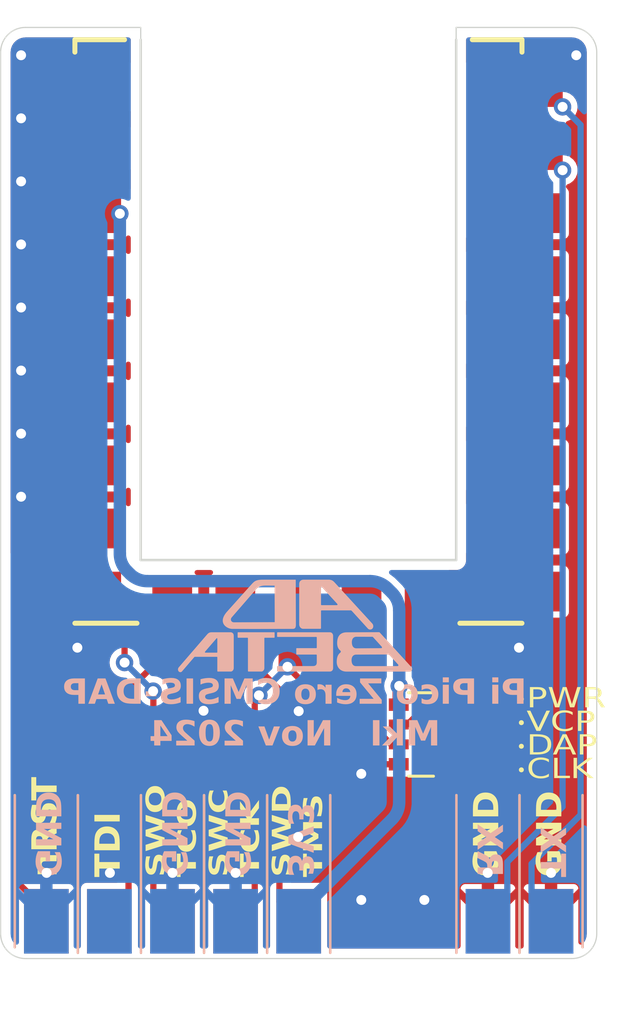
<source format=kicad_pcb>
(kicad_pcb (version 20240108) (generator "pcbnew") (generator_version "8.0")
  (title_block (title "Pi Pico Zero CMSIS-DAP") (date "2024-11-20") (rev "MkI") (comment 1 "ADBeta"))
  (layers (0 "F.Cu" signal) (31 "B.Cu" signal) (34 "B.Paste" user) (35 "F.Paste" user) (36 "B.SilkS" user "B.Silkscreen") (37 "F.SilkS" user "F.Silkscreen") (38 "B.Mask" user) (39 "F.Mask" user) (44 "Edge.Cuts" user))
  (net 0 "")
  (net 1 "Net-(D1-A)")
  (net 2 "GND")
  (net 3 "Net-(D2-A)")
  (net 4 "Net-(D3-A)")
  (net 5 "Net-(D4-A)")
  (net 6 "/3V3")
  (net 7 "/SWC{slash}TCK")
  (net 8 "/nRESET")
  (net 9 "/SWO{slash}TDO")
  (net 10 "/SWD{slash}TMS")
  (net 11 "/TDI")
  (net 13 "/TX")
  (net 14 "/RX")
  (net 22 "/5V")
  (net 27 "/DAP_STAT")
  (net 28 "/VCP_STAT")
  (footprint "LED_SMD:LED_0402_1005Metric_Pad0.77x0.64mm_HandSolder" (layer "F.Cu") (at 142.34 92.55 180)
    (property "Reference" "D4" (hide yes))
    (property "Value" "SWCLK" (hide yes))
  )
  (footprint "Footprints:Conn_2x2_Dual_Side" (layer "F.Cu") (at 142.26 98.65 90)
    (property "Reference" "J2" (hide yes))
    (property "Value" "CONN_UART")
  )
  (footprint "LED_SMD:LED_0402_1005Metric_Pad0.77x0.64mm_HandSolder" (layer "F.Cu") (at 142.340001 89.7 180)
    (property "Reference" "D1" (hide yes))
    (property "Value" "PWR" (hide yes))
  )
  (footprint "LED_SMD:LED_0402_1005Metric_Pad0.77x0.64mm_HandSolder" (layer "F.Cu") (at 142.340001 90.650001 180)
    (property "Reference" "D2" (hide yes))
    (property "Value" "VCP_STATUS" (hide yes))
  )
  (footprint "Footprints:Pi_Pico_Zero_Center_Hole" (layer "F.Cu") (at 134.63 75.145)
    (property "Reference" "U1" (hide yes))
    (property "Value" "Pi_Pico_Zero")
    (fp_line (start -6.35 -12) (end -6.35 8.955) (stroke (width 0.1)) (layer "Edge.Cuts"))
    (fp_line (start -6.35 8.955) (end 6.35 8.955) (stroke (width 0.1)) (layer "Edge.Cuts"))
    (fp_line (start 6.35 8.955) (end 6.35 -12) (stroke (width 0.1)) (layer "Edge.Cuts"))
  )
  (footprint "Resistor_SMD:R_Array_Convex_4x0603" (layer "F.Cu") (at 139.5675 91.125)
    (property "Reference" "RN1" (hide yes))
    (property "Value" "3K3")
  )
  (footprint "LED_SMD:LED_0402_1005Metric_Pad0.77x0.64mm_HandSolder" (layer "F.Cu") (at 142.340002 91.6 180)
    (property "Reference" "D3" (hide yes))
    (property "Value" "DAP_STATUS" (hide yes))
  )
  (footprint "Footprints:Conn_2x5_Dual_Side" (layer "B.Cu") (at 134.64 98.65 90)
    (property "Reference" "J1" (hide yes))
    (property "Value" "CONN_PROG")
  )
  (gr_line (start 143.53 99.92) (end 143.53 93.57) (stroke (width 0.1)) (layer "B.SilkS"))
  (gr_line (start 146.07 99.695) (end 146.07 93.57) (stroke (width 0.1)) (layer "B.SilkS"))
  (gr_line (start 123.21 99.695) (end 123.21 93.57) (stroke (width 0.1)) (layer "B.SilkS"))
  (gr_line (start 140.99 99.92) (end 140.99 93.57) (stroke (width 0.1)) (layer "B.SilkS"))
  (gr_line (start 125.75 99.92) (end 125.75 93.57) (stroke (width 0.1)) (layer "B.SilkS"))
  (gr_line (start 133.37 99.92) (end 133.37 93.57) (stroke (width 0.1)) (layer "B.SilkS"))
  (gr_poly (pts (xy 133.208883 84.890823) (xy 133.149741 84.891803) (xy 133.122616 84.893007) (xy 133.097015 84.894691) (xy 133.072861 84.896856) (xy 133.050074 84.899507) (xy 133.028576 84.902645) (xy 133.008287 84.906274) (xy 132.989128 84.910395) (xy 132.971021 84.915012) (xy 132.953887 84.920126) (xy 132.937647 84.925742) (xy 132.922222 84.93186) (xy 132.907532 84.938485) (xy 132.8935 84.945618) (xy 132.880046 84.953263) (xy 132.867092 84.961421) (xy 132.854558 84.970095) (xy 132.842365 84.979289) (xy 132.830436 84.989005) (xy 132.807048 85.010011) (xy 132.783765 85.033136) (xy 132.759954 85.058401) (xy 132.734984 85.085826) (xy 132.679044 85.147242) (xy 131.745457 86.189607) (xy 131.711344 86.231326) (xy 131.68168 86.27175) (xy 131.656285 86.310879) (xy 131.63498 86.348709) (xy 131.617582 86.38524) (xy 131.603912 86.420468) (xy 131.593789 86.454392) (xy 131.587033 86.48701) (xy 131.583462 86.518319) (xy 131.582896 86.548319) (xy 131.585155 86.577006) (xy 131.590057 86.604379) (xy 131.597423 86.630436) (xy 131.607072 86.655175) (xy 131.618822 86.678594) (xy 131.632494 86.70069) (xy 131.647907 86.721462) (xy 131.66488 86.740908) (xy 131.683233 86.759025) (xy 131.702785 86.775813) (xy 131.723355 86.791268) (xy 131.744763 86.805389) (xy 131.766828 86.818173) (xy 131.789369 86.829619) (xy 131.812207 86.839725) (xy 131.83516 86.848489) (xy 131.858048 86.855908) (xy 131.880689 86.861981) (xy 131.902905 86.866706) (xy 131.924513 86.87008) (xy 131.945333 86.872102) (xy 131.965186 86.872769) (xy 132.801517 86.876593) (xy 134.403796 86.872459) (xy 134.412638 86.872249) (xy 134.421064 86.871699) (xy 134.429081 86.870815) (xy 134.436701 86.869599) (xy 134.443932 86.868056) (xy 134.450785 86.86619) (xy 134.457269 86.864004) (xy 134.463394 86.861503) (xy 134.469169 86.85869) (xy 134.474605 86.85557) (xy 134.479712 86.852145) (xy 134.484497 86.848421) (xy 134.488973 86.844402) (xy 134.493147 86.84009) (xy 134.497031 86.83549) (xy 134.500633 86.830606) (xy 134.503963 86.825441) (xy 134.507032 86.820001) (xy 134.509848 86.814288) (xy 134.512422 86.808306) (xy 134.51688 86.795554) (xy 134.520485 86.781774) (xy 134.523314 86.767) (xy 134.525445 86.751261) (xy 134.526955 86.734589) (xy 134.527923 86.717017) (xy 134.527528 86.601985) (xy 133.675727 86.601985) (xy 132.027405 86.608183) (xy 132.018283 86.607594) (xy 132.009437 86.606453) (xy 132.000881 86.60478) (xy 131.992627 86.602594) (xy 131.984691 86.599917) (xy 131.977084 86.596767) (xy 131.96982 86.593166) (xy 131.962913 86.589133) (xy 131.956377 86.584688) (xy 131.950225 86.579851) (xy 131.944469 86.574642) (xy 131.939125 86.569083) (xy 131.934205 86.563191) (xy 131.929722 86.556988) (xy 131.925691 86.550494) (xy 131.922124 86.543729) (xy 131.919036 86.536712) (xy 131.916439 86.529464) (xy 131.914347 86.522005) (xy 131.912774 86.514355) (xy 131.911733 86.506535) (xy 131.911237 86.498563) (xy 131.9113 86.49046) (xy 131.911936 86.482247) (xy 131.913157 86.473943) (xy 131.914978 86.465569) (xy 131.917412 86.457144) (xy 131.920472 86.448689) (xy 131.924172 86.440223) (xy 131.928525 86.431767) (xy 131.933545 86.423341) (xy 131.939245 86.414965) (xy 132.920374 85.284646) (xy 132.944163 85.258685) (xy 132.967829 85.235747) (xy 132.991513 85.215647) (xy 133.015359 85.198201) (xy 133.039509 85.183222) (xy 133.064108 85.170526) (xy 133.089297 85.159926) (xy 133.115221 85.151239) (xy 133.142021 85.144278) (xy 133.169841 85.138858) (xy 133.198823 85.134794) (xy 133.229112 85.1319) (xy 133.26085 85.129992) (xy 133.294179 85.128884) (xy 133.366186 85.128325) (xy 133.670404 85.13148) (xy 133.675727 86.601985) (xy 134.527528 86.601985) (xy 134.521774 84.926377) (xy 134.521819 84.910598) (xy 134.521718 84.907346) (xy 134.521627 84.905825) (xy 134.521503 84.904373) (xy 134.521342 84.902992) (xy 134.521139 84.90168) (xy 134.520889 84.900438) (xy 134.52059 84.899267) (xy 134.520236 84.898166) (xy 134.519823 84.897135) (xy 134.519346 84.896175) (xy 134.518801 84.895286) (xy 134.518185 84.894467) (xy 134.517491 84.893719) (xy 134.516717 84.893041) (xy 134.515858 84.892435) (xy 134.514909 84.8919) (xy 134.513866 84.891436) (xy 134.512725 84.891043) (xy 134.511481 84.890722) (xy 134.51013 84.890472) (xy 134.508668 84.890293) (xy 134.50709 84.890187) (xy 134.505392 84.890152)) (stroke (width -0.000001)) (fill solid) (layer "B.SilkS"))
  (gr_line (start 135.91 99.92) (end 135.91 93.57) (stroke (width 0.1)) (layer "B.SilkS"))
  (gr_poly (pts (xy 133.792358 87.008659) (xy 133.791139 87.008755) (xy 133.789945 87.008915) (xy 133.788776 87.009137) (xy 133.787634 87.00942) (xy 133.78652 87.009765) (xy 133.785435 87.01017) (xy 133.78438 87.010633) (xy 133.783355 87.011155) (xy 133.782363 87.011735) (xy 133.781403 87.012372) (xy 133.780478 87.013064) (xy 133.779588 87.013811) (xy 133.778734 87.014613) (xy 133.777916 87.015469) (xy 133.777137 87.016377) (xy 133.776398 87.017337) (xy 133.775698 87.018348) (xy 133.77504 87.019409) (xy 133.774424 87.02052) (xy 133.773851 87.021679) (xy 133.773323 87.022886) (xy 133.77284 87.024141) (xy 133.772404 87.025441) (xy 133.772015 87.026787) (xy 133.771675 87.028177) (xy 133.771143 87.031088) (xy 133.770819 87.034168) (xy 133.770708 87.03741) (xy 133.770708 87.172441) (xy 133.770736 87.173874) (xy 133.770819 87.175268) (xy 133.770955 87.176622) (xy 133.771143 87.177936) (xy 133.771384 87.179209) (xy 133.771675 87.180442) (xy 133.772015 87.181633) (xy 133.772404 87.182782) (xy 133.77284 87.183889) (xy 133.773323 87.184953) (xy 133.773851 87.185974) (xy 133.774424 87.186952) (xy 133.77504 87.187887) (xy 133.775698 87.188777) (xy 133.776398 87.189622) (xy 133.777137 87.190422) (xy 133.777916 87.191177) (xy 133.778733 87.191886) (xy 133.779588 87.192549) (xy 133.780478 87.193165) (xy 133.781403 87.193735) (xy 133.782363 87.194257) (xy 133.783355 87.194731) (xy 133.78438 87.195157) (xy 133.785435 87.195534) (xy 133.78652 87.195862) (xy 133.787634 87.196141) (xy 133.788776 87.19637) (xy 133.789945 87.196549) (xy 133.791139 87.196677) (xy 133.792358 87.196755) (xy 133.793601 87.19678) (xy 135.345754 87.19678) (xy 135.348216 87.196885) (xy 135.350579 87.1972) (xy 135.351721 87.197438) (xy 135.352835 87.197729) (xy 135.35392 87.198075) (xy 135.354976 87.198476) (xy 135.356 87.198932) (xy 135.356993 87.199443) (xy 135.357952 87.200011) (xy 135.358877 87.200634) (xy 135.359768 87.201315) (xy 135.360622 87.202052) (xy 135.361439 87.202848) (xy 135.362218 87.203701) (xy 135.362958 87.204612) (xy 135.363657 87.205583) (xy 135.364315 87.206612) (xy 135.364931 87.207701) (xy 135.365504 87.20885) (xy 135.366032 87.21006) (xy 135.366515 87.21133) (xy 135.366952 87.212661) (xy 135.36734 87.214054) (xy 135.367681 87.215509) (xy 135.367972 87.217027) (xy 135.368212 87.218607) (xy 135.368401 87.22025) (xy 135.368537 87.221957) (xy 135.368647 87.225564) (xy 135.368647 87.621818) (xy 135.368619 87.623258) (xy 135.368537 87.62467) (xy 135.368401 87.626055) (xy 135.368212 87.627409) (xy 135.367972 87.628733) (xy 135.367681 87.630024) (xy 135.367341 87.631283) (xy 135.366952 87.632506) (xy 135.366515 87.633695) (xy 135.366032 87.634846) (xy 135.365504 87.635959) (xy 135.364932 87.637033) (xy 135.364316 87.638066) (xy 135.363657 87.639058) (xy 135.362958 87.640006) (xy 135.362218 87.640911) (xy 135.361439 87.64177) (xy 135.360622 87.642582) (xy 135.359768 87.643346) (xy 135.358878 87.644062) (xy 135.357952 87.644727) (xy 135.356993 87.645341) (xy 135.356 87.645902) (xy 135.354976 87.646409) (xy 135.353921 87.646861) (xy 135.352835 87.647257) (xy 135.351721 87.647595) (xy 135.350579 87.647874) (xy 135.349411 87.648094) (xy 135.348216 87.648252) (xy 135.346997 87.648348) (xy 135.345754 87.64838) (xy 134.560117 87.64838) (xy 134.558034 87.64846) (xy 134.556084 87.648704) (xy 134.554269 87.649124) (xy 134.553412 87.649403) (xy 134.552589 87.649729) (xy 134.551799 87.650103) (xy 134.551043 87.650528) (xy 134.55032 87.651003) (xy 134.549631 87.651531) (xy 134.548976 87.652112) (xy 134.548354 87.652748) (xy 134.547766 87.65344) (xy 134.547211 87.65419) (xy 134.54669 87.654997) (xy 134.546203 87.655864) (xy 134.545749 87.656792) (xy 134.545329 87.657782) (xy 134.54459 87.659953) (xy 134.543985 87.662386) (xy 134.543514 87.665092) (xy 134.543178 87.66808) (xy 134.542976 87.67136) (xy 134.542909 87.674942) (xy 134.542909 87.883043) (xy 134.542926 87.884476) (xy 134.542976 87.88587) (xy 134.54306 87.887224) (xy 134.543178 87.888538) (xy 134.543329 87.889811) (xy 134.543514 87.891044) (xy 134.543733 87.892235) (xy 134.543985 87.893384) (xy 134.544271 87.894491) (xy 134.54459 87.895555) (xy 134.544943 87.896576) (xy 134.54533 87.897554) (xy 134.54575 87.898488) (xy 134.546204 87.899378) (xy 134.546691 87.900224) (xy 134.547212 87.901024) (xy 134.547767 87.901779) (xy 134.548355 87.902488) (xy 134.548977 87.903151) (xy 134.549632 87.903767) (xy 134.550321 87.904337) (xy 134.551044 87.904859) (xy 134.5518 87.905333) (xy 134.55259 87.905759) (xy 134.553413 87.906136) (xy 134.55427 87.906464) (xy 134.555161 87.906743) (xy 134.556085 87.906972) (xy 134.557043 87.907151) (xy 134.558034 87.90728) (xy 134.559059 87.907357) (xy 134.560117 87.907383) (xy 135.345754 87.907383) (xy 135.346997 87.907415) (xy 135.348216 87.907511) (xy 135.349411 87.907668) (xy 135.350579 87.907886) (xy 135.351721 87.908162) (xy 135.352835 87.908495) (xy 135.35392 87.908884) (xy 135.354976 87.909326) (xy 135.356 87.90982) (xy 135.356993 87.910364) (xy 135.357952 87.910958) (xy 135.358877 87.911598) (xy 135.359768 87.912284) (xy 135.360622 87.913013) (xy 135.361439 87.913785) (xy 135.362218 87.914597) (xy 135.362958 87.915448) (xy 135.363657 87.916337) (xy 135.364315 87.917261) (xy 135.364931 87.918219) (xy 135.365504 87.91921) (xy 135.366032 87.920231) (xy 135.366515 87.921281) (xy 135.366952 87.922359) (xy 135.36734 87.923463) (xy 135.367681 87.924591) (xy 135.367972 87.925741) (xy 135.368212 87.926912) (xy 135.368401 87.928103) (xy 135.368537 87.929311) (xy 135.368619 87.930535) (xy 135.368647 87.931774) (xy 135.368647 88.217338) (xy 135.368084 88.2362) (xy 135.367377 88.245147) (xy 135.366383 88.253774) (xy 135.3651 88.262082) (xy 135.363524 88.270072) (xy 135.361654 88.277744) (xy 135.359487 88.285101) (xy 135.357021 88.292143) (xy 135.354252 88.298872) (xy 135.35118 88.305289) (xy 135.3478 88.311394) (xy 135.344111 88.317191) (xy 135.34011 88.322678) (xy 135.335795 88.327859) (xy 135.331164 88.332733) (xy 135.326213 88.337303) (xy 135.32094 88.341569) (xy 135.315343 88.345533) (xy 135.30942 88.349195) (xy 135.303168 88.352557) (xy 135.296584 88.355621) (xy 135.289666 88.358387) (xy 135.282411 88.360857) (xy 135.274818 88.363032) (xy 135.266883 88.364913) (xy 135.258604 88.366501) (xy 135.249979 88.367797) (xy 135.241004 88.368804) (xy 135.231679 88.369521) (xy 135.211964 88.370094) (xy 133.793601 88.370094) (xy 133.792358 88.370126) (xy 133.791139 88.370222) (xy 133.789945 88.37038) (xy 133.788776 88.370599) (xy 133.787634 88.370879) (xy 133.78652 88.371217) (xy 133.785435 88.371613) (xy 133.78438 88.372065) (xy 133.783355 88.372572) (xy 133.782363 88.373133) (xy 133.781403 88.373747) (xy 133.780478 88.374412) (xy 133.779588 88.375127) (xy 133.778734 88.375892) (xy 133.777916 88.376704) (xy 133.777137 88.377563) (xy 133.776398 88.378467) (xy 133.775698 88.379416) (xy 133.77504 88.380408) (xy 133.774424 88.381441) (xy 133.773851 88.382515) (xy 133.773323 88.383628) (xy 133.77284 88.384779) (xy 133.772404 88.385967) (xy 133.772015 88.387191) (xy 133.771675 88.388449) (xy 133.771384 88.389741) (xy 133.771143 88.391065) (xy 133.770955 88.392419) (xy 133.770819 88.393803) (xy 133.770736 88.395216) (xy 133.770708 88.396655) (xy 133.770708 88.567084) (xy 133.770736 88.568323) (xy 133.770819 88.569547) (xy 133.770955 88.570755) (xy 133.771143 88.571945) (xy 133.771384 88.573117) (xy 133.771675 88.574267) (xy 133.772015 88.575395) (xy 133.772404 88.576498) (xy 133.77284 88.577576) (xy 133.773323 88.578627) (xy 133.773851 88.579648) (xy 133.774424 88.580638) (xy 133.77504 88.581596) (xy 133.775698 88.582521) (xy 133.776398 88.583409) (xy 133.777137 88.58426) (xy 133.777916 88.585073) (xy 133.778733 88.585844) (xy 133.779588 88.586574) (xy 133.780478 88.58726) (xy 133.781403 88.5879) (xy 133.782363 88.588493) (xy 133.783355 88.589038) (xy 133.78438 88.589532) (xy 133.785435 88.589974) (xy 133.78652 88.590363) (xy 133.787634 88.590696) (xy 133.788776 88.590972) (xy 133.789945 88.59119) (xy 133.791139 88.591347) (xy 133.792358 88.591443) (xy 133.793601 88.591475) (xy 135.890527 88.591475) (xy 135.898821 88.591295) (xy 135.906857 88.590759) (xy 135.914634 88.589875) (xy 135.922152 88.588651) (xy 135.929412 88.587094) (xy 135.936412 88.585213) (xy 135.943152 88.583014) (xy 135.949632 88.580506) (xy 135.955852 88.577697) (xy 135.961811 88.574593) (xy 135.967508 88.571204) (xy 135.972945 88.567536) (xy 135.978119 88.563597) (xy 135.983032 88.559394) (xy 135.987681 88.554937) (xy 135.992068 88.550232) (xy 135.996192 88.545287) (xy 136.000052 88.540109) (xy 136.003649 88.534707) (xy 136.006981 88.529088) (xy 136.010048 88.523261) (xy 136.012851 88.517231) (xy 136.015388 88.511008) (xy 136.01766 88.504599) (xy 136.019665 88.498012) (xy 136.021405 88.491254) (xy 136.022878 88.484333) (xy 136.024083 88.477257) (xy 136.025692 88.462671) (xy 136.026229 88.447556) (xy 136.026229 87.154716) (xy 136.025714 87.141401) (xy 136.024162 87.1281) (xy 136.021569 87.114928) (xy 136.01988 87.108428) (xy 136.017929 87.102003) (xy 136.015714 87.09567) (xy 136.013236 87.089442) (xy 136.010493 87.083334) (xy 136.007485 87.077361) (xy 136.004211 87.071537) (xy 136.00067 87.065877) (xy 135.996862 87.060395) (xy 135.992785 87.055106) (xy 135.98844 87.050024) (xy 135.983825 87.045165) (xy 135.978941 87.040543) (xy 135.973785 87.036171) (xy 135.968357 87.032066) (xy 135.962658 87.028241) (xy 135.956685 87.024711) (xy 135.950438 87.021491) (xy 135.943918 87.018595) (xy 135.937121 87.016038) (xy 135.93005 87.013834) (xy 135.922701 87.011998) (xy 135.915075 87.010545) (xy 135.907172 87.009489) (xy 135.898989 87.008844) (xy 135.890527 87.008626) (xy 133.793601 87.008626)) (stroke (width -0.000001)) (fill solid) (layer "B.SilkS"))
  (gr_poly (pts (xy 131.14043 87.008627) (xy 131.125098 87.008915) (xy 131.110596 87.00979) (xy 131.096856 87.011269) (xy 131.083811 87.013367) (xy 131.071394 87.0161) (xy 131.059537 87.019486) (xy 131.048174 87.023539) (xy 131.037236 87.028277) (xy 131.026656 87.033715) (xy 131.016368 87.03987) (xy 131.006303 87.046758) (xy 130.996395 87.054395) (xy 130.986576 87.062797) (xy 130.976778 87.07198) (xy 130.966935 87.081961) (xy 130.956979 87.092756) (xy 129.808159 88.425439) (xy 129.804708 88.430397) (xy 129.80152 88.435315) (xy 129.798589 88.440207) (xy 129.795911 88.445086) (xy 129.793479 88.449965) (xy 129.791288 88.454858) (xy 129.789332 88.459776) (xy 129.787606 88.464733) (xy 129.786104 88.469742) (xy 129.78482 88.474815) (xy 129.783749 88.479967) (xy 129.782885 88.485209) (xy 129.782223 88.490556) (xy 129.781757 88.496019) (xy 129.781482 88.501611) (xy 129.781391 88.507347) (xy 129.78153 88.51389) (xy 129.781939 88.520239) (xy 129.782611 88.526391) (xy 129.783535 88.532346) (xy 129.784703 88.538103) (xy 129.786106 88.543662) (xy 129.787734 88.549021) (xy 129.789579 88.55418) (xy 129.791631 88.559138) (xy 129.793881 88.563894) (xy 129.79632 88.568447) (xy 129.798939 88.572797) (xy 129.801729 88.576943) (xy 129.804681 88.580883) (xy 129.807785 88.584618) (xy 129.811033 88.588146) (xy 129.814415 88.591466) (xy 129.817922 88.594578) (xy 129.821546 88.597481) (xy 129.825277 88.600173) (xy 129.829105 88.602656) (xy 129.833023 88.604926) (xy 129.83702 88.606984) (xy 129.841088 88.608829) (xy 129.845217 88.61046) (xy 129.849399 88.611876) (xy 129.853624 88.613076) (xy 129.857883 88.61406) (xy 129.862168 88.614827) (xy 129.866468 88.615375) (xy 129.870775 88.615705) (xy 129.87508 88.615815) (xy 129.880032 88.61571) (xy 129.884856 88.615391) (xy 129.889563 88.614851) (xy 129.89416 88.614084) (xy 129.898656 88.613083) (xy 129.903059 88.611842) (xy 129.907378 88.610355) (xy 129.911621 88.608614) (xy 129.915797 88.606614) (xy 129.919914 88.604349) (xy 129.923981 88.60181) (xy 129.928007 88.598994) (xy 129.931999 88.595892) (xy 129.935967 88.592498) (xy 129.939918 88.588806) (xy 129.943862 88.58481) (xy 130.429362 88.018074) (xy 130.431199 88.016026) (xy 130.433117 88.014041) (xy 130.435109 88.012127) (xy 130.437167 88.010295) (xy 130.439282 88.008555) (xy 130.441444 88.006914) (xy 130.443646 88.005385) (xy 130.445879 88.003975) (xy 130.448135 88.002695) (xy 130.450404 88.001555) (xy 130.452679 88.000563) (xy 130.45495 87.999731) (xy 130.457209 87.999066) (xy 130.459448 87.998579) (xy 130.461658 87.99828) (xy 130.46275 87.998204) (xy 130.463831 87.998179) (xy 131.344965 87.998179) (xy 131.346198 87.998204) (xy 131.347387 87.998282) (xy 131.348531 87.99841) (xy 131.349631 87.998589) (xy 131.350688 87.998818) (xy 131.351702 87.999097) (xy 131.352673 87.999425) (xy 131.353602 87.999802) (xy 131.354489 88.000228) (xy 131.355333 88.000702) (xy 131.356137 88.001224) (xy 131.356899 88.001794) (xy 131.357621 88.00241) (xy 131.358303 88.003073) (xy 131.358945 88.003782) (xy 131.359547 88.004537) (xy 131.36011 88.005337) (xy 131.360634 88.006183) (xy 131.361119 88.007073) (xy 131.361566 88.008007) (xy 131.361976 88.008985) (xy 131.362348 88.010006) (xy 131.362981 88.012177) (xy 131.363468 88.014517) (xy 131.363813 88.017023) (xy 131.364018 88.019691) (xy 131.364085 88.022518) (xy 131.364085 88.567084) (xy 131.364175 88.569547) (xy 131.364287 88.570755) (xy 131.364444 88.571945) (xy 131.364646 88.573117) (xy 131.364892 88.574267) (xy 131.365184 88.575395) (xy 131.36552 88.576498) (xy 131.365901 88.577576) (xy 131.366327 88.578627) (xy 131.366798 88.579648) (xy 131.367313 88.580638) (xy 131.367874 88.581596) (xy 131.368479 88.582521) (xy 131.369129 88.583409) (xy 131.369823 88.58426) (xy 131.370563 88.585073) (xy 131.371347 88.585844) (xy 131.372176 88.586574) (xy 131.37305 88.58726) (xy 131.373969 88.5879) (xy 131.374932 88.588493) (xy 131.37594 88.589038) (xy 131.376993 88.589532) (xy 131.378091 88.589974) (xy 131.379234 88.590363) (xy 131.380421 88.590696) (xy 131.381653 88.590972) (xy 131.38293 88.59119) (xy 131.384252 88.591347) (xy 131.385618 88.591443) (xy 131.387029 88.591475) (xy 131.903174 88.591475) (xy 131.910084 88.591264) (xy 131.916833 88.590637) (xy 131.923417 88.589611) (xy 131.929833 88.588197) (xy 131.936077 88.58641) (xy 131.942144 88.584264) (xy 131.948032 88.581773) (xy 131.953736 88.57895) (xy 131.959252 88.575809) (xy 131.964577 88.572364) (xy 131.969706 88.568629) (xy 131.974636 88.564617) (xy 131.979363 88.560343) (xy 131.983884 88.555819) (xy 131.988193 88.551061) (xy 131.992288 88.546081) (xy 131.996165 88.540894) (xy 131.999819 88.535513) (xy 132.006446 88.524224) (xy 132.012137 88.512326) (xy 132.016863 88.499929) (xy 132.020592 88.487144) (xy 132.023294 88.474079) (xy 132.024937 88.460847) (xy 132.025492 88.447556) (xy 132.025492 87.280909) (xy 131.364085 87.280909) (xy 131.364085 87.803358) (xy 131.364018 87.80694) (xy 131.363932 87.808618) (xy 131.363813 87.810221) (xy 131.363658 87.811751) (xy 131.363467 87.813209) (xy 131.363241 87.814597) (xy 131.362979 87.815915) (xy 131.362681 87.817165) (xy 131.362346 87.818349) (xy 131.361973 87.819466) (xy 131.361564 87.82052) (xy 131.361116 87.821509) (xy 131.36063 87.822437) (xy 131.360106 87.823304) (xy 131.359543 87.824112) (xy 131.35894 87.824861) (xy 131.358299 87.825553) (xy 131.357617 87.826189) (xy 131.356895 87.82677) (xy 131.356132 87.827297) (xy 131.355329 87.827773) (xy 131.354484 87.828197) (xy 131.353597 87.828572) (xy 131.352669 87.828898) (xy 131.351698 87.829176) (xy 131.350685 87.829408) (xy 131.349628 87.829596) (xy 131.348529 87.829739) (xy 131.347385 87.82984) (xy 131.346197 87.8299) (xy 131.344965 87.82992) (xy 130.892021 87.82992) (xy 130.888885 87.829866) (xy 130.88593 87.8297) (xy 130.883159 87.829411) (xy 130.881843 87.829218) (xy 130.880574 87.82899) (xy 130.879353 87.828727) (xy 130.878179 87.828426) (xy 130.877053 87.828088) (xy 130.875976 87.82771) (xy 130.874948 87.827292) (xy 130.873969 87.826833) (xy 130.87304 87.82633) (xy 130.872161 87.825783) (xy 130.871332 87.825191) (xy 130.870554 87.824552) (xy 130.869827 87.823865) (xy 130.869152 87.823129) (xy 130.868528 87.822343) (xy 130.867957 87.821505) (xy 130.867438 87.820615) (xy 130.866973 87.81967) (xy 130.86656 87.818671) (xy 130.866202 87.817615) (xy 130.865898 87.816501) (xy 130.865648 87.815328) (xy 130.865453 87.814095) (xy 130.865313 87.812801) (xy 130.865229 87.811445) (xy 130.865201 87.810024) (xy 130.865246 87.808364) (xy 130.86538 87.806704) (xy 130.865605 87.805044) (xy 130.865919 87.803383) (xy 130.866323 87.801723) (xy 130.866816 87.800063) (xy 130.867399 87.798403) (xy 130.868072 87.796743) (xy 130.868834 87.795083) (xy 130.869686 87.793423) (xy 130.870627 87.791763) (xy 130.871657 87.790103) (xy 130.872777 87.788443) (xy 130.873987 87.786783) (xy 130.875285 87.785123) (xy 130.876673 87.783463) (xy 131.32972 87.258792) (xy 131.33009 87.257981) (xy 131.33048 87.257209) (xy 131.330892 87.256474) (xy 131.331322 87.255775) (xy 131.331771 87.255112) (xy 131.332237 87.254484) (xy 131.332719 87.25389) (xy 131.333216 87.253329) (xy 131.333727 87.252801) (xy 131.334251 87.252304) (xy 131.334787 87.251838) (xy 131.335334 87.251402) (xy 131.335891 87.250996) (xy 131.336456 87.250618) (xy 131.337609 87.249943) (xy 131.338785 87.249372) (xy 131.339974 87.248898) (xy 131.341169 87.248515) (xy 131.34236 87.248216) (xy 131.343541 87.247995) (xy 131.344701 87.247845) (xy 131.345834 87.24776) (xy 131.346929 87.247733) (xy 131.347988 87.247772) (xy 131.349013 87.247887) (xy 131.350004 87.248077) (xy 131.350961 87.248342) (xy 131.351885 87.248679) (xy 131.352774 87.249087) (xy 131.35363 87.249567) (xy 131.354451 87.250115) (xy 131.355239 87.250732) (xy 131.355994 87.251415) (xy 131.356714 87.252164) (xy 131.357401 87.252977) (xy 131.358673 87.254792) (xy 131.359811 87.25685) (xy 131.360814 87.259141) (xy 131.361683 87.261657) (xy 131.362418 87.264386) (xy 131.363019 87.26732) (xy 131.363486 87.270449) (xy 131.363819 87.273764) (xy 131.364019 87.277253) (xy 131.364085 87.280909) (xy 132.025492 87.280909) (xy 132.025492 87.152494) (xy 132.025341 87.144095) (xy 132.024891 87.13592) (xy 132.024144 87.127972) (xy 132.023105 87.120253) (xy 132.021775 87.112765) (xy 132.020159 87.105513) (xy 132.018258 87.098498) (xy 132.016078 87.091723) (xy 132.01362 87.085192) (xy 132.010888 87.078907) (xy 132.007885 87.072871) (xy 132.004614 87.067087) (xy 132.001078 87.061557) (xy 131.997281 87.056284) (xy 131.993226 87.051272) (xy 131.988915 87.046523) (xy 131.984352 87.04204) (xy 131.979541 87.037826) (xy 131.974484 87.033883) (xy 131.969184 87.030215) (xy 131.963645 87.026824) (xy 131.95787 87.023713) (xy 131.951862 87.020884) (xy 131.945624 87.018342) (xy 131.93916 87.016088) (xy 131.932471 87.014125) (xy 131.925563 87.012457) (xy 131.918437 87.011085) (xy 131.911097 87.010014) (xy 131.903547 87.009245) (xy 131.895789 87.008781) (xy 131.887826 87.008626)) (stroke (width -0.000001)) (fill solid) (layer "B.SilkS"))
  (gr_line (start 130.83 99.92) (end 130.83 93.57) (stroke (width 0.1)) (layer "B.SilkS"))
  (gr_line (start 128.29 99.92) (end 128.29 93.57) (stroke (width 0.1)) (layer "B.SilkS"))
  (gr_poly (pts (xy 134.843511 84.890255) (xy 134.83293 84.890449) (xy 134.822621 84.891029) (xy 134.812588 84.891991) (xy 134.802836 84.893333) (xy 134.793368 84.895049) (xy 134.784189 84.897137) (xy 134.775304 84.899593) (xy 134.766715 84.902414) (xy 134.758428 84.905595) (xy 134.750446 84.909134) (xy 134.742774 84.913027) (xy 134.735416 84.917271) (xy 134.728376 84.921861) (xy 134.721658 84.926795) (xy 134.715267 84.932068) (xy 134.709207 84.937677) (xy 134.703481 84.943619) (xy 134.698095 84.94989) (xy 134.693051 84.956486) (xy 134.688355 84.963405) (xy 134.684011 84.970642) (xy 134.680023 84.978193) (xy 134.676394 84.986056) (xy 134.67313 84.994227) (xy 134.670234 85.002701) (xy 134.66771 85.011477) (xy 134.665564 85.020549) (xy 134.663798 85.029916) (xy 134.662417 85.039572) (xy 134.661426 85.049514) (xy 134.660828 85.059739) (xy 134.660628 85.070244) (xy 134.660628 86.690093) (xy 134.660813 86.698405) (xy 134.661365 86.706716) (xy 134.662278 86.715008) (xy 134.663548 86.723265) (xy 134.66517 86.731468) (xy 134.667137 86.739602) (xy 134.669446 86.747648) (xy 134.672092 86.755589) (xy 134.675068 86.763409) (xy 134.67837 86.771089) (xy 134.681993 86.778614) (xy 134.685932 86.785965) (xy 134.690181 86.793125) (xy 134.694736 86.800077) (xy 134.699591 86.806804) (xy 134.704742 86.813289) (xy 134.710182 86.819514) (xy 134.715908 86.825463) (xy 134.721914 86.831117) (xy 134.728195 86.83646) (xy 134.734746 86.841475) (xy 134.741561 86.846144) (xy 134.748636 86.85045) (xy 134.755965 86.854376) (xy 134.763544 86.857904) (xy 134.771367 86.861018) (xy 134.77943 86.8637) (xy 134.787726 86.865933) (xy 134.796251 86.8677) (xy 134.805001 86.868983) (xy 134.813969 86.869766) (xy 134.82315 86.870031) (xy 135.509 86.870031) (xy 135.510875 86.86999) (xy 135.51269 86.869871) (xy 135.514446 86.869675) (xy 135.516142 86.869404) (xy 135.517778 86.86906) (xy 135.519355 86.868645) (xy 135.520871 86.868162) (xy 135.522328 86.867611) (xy 135.523726 86.866996) (xy 135.525064 86.866317) (xy 135.526342 86.865578) (xy 135.52756 86.864781) (xy 135.528719 86.863926) (xy 135.529819 86.863017) (xy 135.530859 86.862055) (xy 135.531839 86.861042) (xy 135.53276 86.859981) (xy 135.533621 86.858873) (xy 135.534422 86.85772) (xy 135.535165 86.856525) (xy 135.535847 86.855289) (xy 135.536471 86.854014) (xy 135.537035 86.852703) (xy 135.537539 86.851358) (xy 135.537984 86.84998) (xy 135.53837 86.848571) (xy 135.538696 86.847134) (xy 135.538963 86.845671) (xy 135.539171 86.844183) (xy 135.539319 86.842673) (xy 135.539437 86.839593) (xy 135.539437 86.158446) (xy 135.539528 86.15491) (xy 135.539801 86.151571) (xy 135.540007 86.149978) (xy 135.54026 86.148435) (xy 135.540561 86.146944) (xy 135.54091 86.145505) (xy 135.541307 86.144119) (xy 135.541753 86.142786) (xy 135.542249 86.141507) (xy 135.542794 86.140281) (xy 135.54339 86.139111) (xy 135.544036 86.137996) (xy 135.544733 86.136936) (xy 135.545482 86.135933) (xy 135.546284 86.134987) (xy 135.547137 86.134098) (xy 135.548044 86.133266) (xy 135.549004 86.132493) (xy 135.550019 86.131779) (xy 135.551087 86.131125) (xy 135.55221 86.13053) (xy 135.553389 86.129995) (xy 135.554623 86.129522) (xy 135.555914 86.12911) (xy 135.557261 86.12876) (xy 135.558665 86.128472) (xy 135.560127 86.128248) (xy 135.561647 86.128087) (xy 135.563225 86.12799) (xy 135.564862 86.127957) (xy 136.735798 86.127957) (xy 136.737234 86.127989) (xy 136.738684 86.128085) (xy 136.741618 86.128462) (xy 136.74459 86.129074) (xy 136.747588 86.12991) (xy 136.750601 86.130958) (xy 136.753617 86.132204) (xy 136.756627 86.133637) (xy 136.759618 86.135245) (xy 136.762579 86.137015) (xy 136.765499 86.138935) (xy 136.768367 86.140993) (xy 136.771171 86.143176) (xy 136.773902 86.145472) (xy 136.776546 86.147869) (xy 136.779093 86.150355) (xy 136.781532 86.152917) (xy 137.42666 86.861762) (xy 137.431901 86.866761) (xy 137.437154 86.871377) (xy 137.442429 86.875621) (xy 137.447739 86.8795) (xy 137.453093 86.883021) (xy 137.458503 86.886193) (xy 137.463981 86.889025) (xy 137.469537 86.891524) (xy 137.475182 86.893699) (xy 137.480927 86.895557) (xy 137.486784 86.897108) (xy 137.492763 86.898358) (xy 137.498876 86.899316) (xy 137.505134 86.89999) (xy 137.511547 86.900389) (xy 137.518128 86.90052) (xy 137.523848 86.900382) (xy 137.529571 86.899969) (xy 137.535285 86.899282) (xy 137.540977 86.898323) (xy 137.546635 86.897091) (xy 137.552248 86.895589) (xy 137.557803 86.893817) (xy 137.563288 86.891776) (xy 137.568692 86.889468) (xy 137.574001 86.886892) (xy 137.579204 86.884051) (xy 137.584289 86.880945) (xy 137.589244 86.877576) (xy 137.594057 86.873944) (xy 137.598715 86.87005) (xy 137.603206 86.865896) (xy 137.607519 86.861482) (xy 137.611641 86.856809) (xy 137.615561 86.851879) (xy 137.619265 86.846693) (xy 137.622743 86.84125) (xy 137.625982 86.835554) (xy 137.628969 86.829604) (xy 137.631694 86.823401) (xy 137.634143 86.816948) (xy 137.636305 86.810243) (xy 137.638167 86.80329) (xy 137.639718 86.796088) (xy 137.640945 86.788639) (xy 137.641837 86.780943) (xy 137.642381 86.773002) (xy 137.642565 86.764817) (xy 137.642444 86.757644) (xy 137.642079 86.750649) (xy 137.64146 86.743818) (xy 137.640581 86.737132) (xy 137.639435 86.730577) (xy 137.638013 86.724136) (xy 137.636308 86.717792) (xy 137.634313 86.711529) (xy 137.63202 86.705331) (xy 137.629423 86.699182) (xy 137.626512 86.693065) (xy 137.623282 86.686965) (xy 137.619724 86.680863) (xy 137.615831 86.674745) (xy 137.611596 86.668595) (xy 137.607011 86.662395) (xy 136.902075 85.892619) (xy 136.202394 85.892619) (xy 136.202357 85.894396) (xy 136.202246 85.896093) (xy 136.202062 85.897712) (xy 136.201804 85.899254) (xy 136.201474 85.900722) (xy 136.201072 85.902115) (xy 136.200599 85.903437) (xy 136.200054 85.904688) (xy 136.199439 85.90587) (xy 136.198753 85.906985) (xy 136.197997 85.908034) (xy 136.197173 85.909018) (xy 136.196279 85.909939) (xy 136.195317 85.910799) (xy 136.194288 85.9116) (xy 136.19319 85.912342) (xy 136.192026 85.913027) (xy 136.190795 85.913657) (xy 136.189499 85.914233) (xy 136.188136 85.914757) (xy 136.185217 85.915654) (xy 136.18204 85.916361) (xy 136.178611 85.91689) (xy 136.174932 85.917252) (xy 136.171008 85.917461) (xy 136.166841 85.917527) (xy 135.564862 85.917527) (xy 135.561647 85.917428) (xy 135.558665 85.917122) (xy 135.555914 85.916596) (xy 135.554623 85.916248) (xy 135.553389 85.91584) (xy 135.55221 85.915371) (xy 135.551087 85.91484) (xy 135.550019 85.914245) (xy 135.549004 85.913585) (xy 135.548044 85.912857) (xy 135.547137 85.912061) (xy 135.546284 85.911196) (xy 135.545482 85.910258) (xy 135.544733 85.909248) (xy 135.544036 85.908163) (xy 135.54339 85.907003) (xy 135.542794 85.905764) (xy 135.542249 85.904447) (xy 135.541753 85.903049) (xy 135.541307 85.901568) (xy 135.54091 85.900004) (xy 135.54026 85.89662) (xy 135.539801 85.892882) (xy 135.539528 85.888779) (xy 135.539437 85.884299) (xy 135.539437 85.230851) (xy 135.53946 85.228539) (xy 135.539527 85.226278) (xy 135.539639 85.224068) (xy 135.539796 85.221911) (xy 135.539998 85.219809) (xy 135.540244 85.217763) (xy 135.540535 85.215775) (xy 135.540871 85.213846) (xy 135.541252 85.211978) (xy 135.541677 85.210172) (xy 135.542148 85.20843) (xy 135.542663 85.206754) (xy 135.543222 85.205144) (xy 135.543826 85.203603) (xy 135.544475 85.202132) (xy 135.545169 85.200732) (xy 135.545907 85.199405) (xy 135.54669 85.198153) (xy 135.547517 85.196977) (xy 135.54839 85.195878) (xy 135.549306 85.194859) (xy 135.550268 85.19392) (xy 135.551273 85.193063) (xy 135.552324 85.192291) (xy 135.553419 85.191603) (xy 135.554558 85.191002) (xy 135.555742 85.190489) (xy 135.556971 85.190066) (xy 135.558244 85.189735) (xy 135.559562 85.189496) (xy 135.560924 85.189352) (xy 135.56233 85.189303) (xy 135.563787 85.189337) (xy 135.565291 85.189444) (xy 135.566832 85.189632) (xy 135.568399 85.18991) (xy 135.569981 85.190284) (xy 135.571566 85.190765) (xy 135.573144 85.191359) (xy 135.573927 85.191701) (xy 135.574703 85.192074) (xy 135.575472 85.19248) (xy 135.576232 85.19292) (xy 135.576982 85.193394) (xy 135.577721 85.193903) (xy 135.578446 85.194449) (xy 135.579157 85.195032) (xy 135.579853 85.195654) (xy 135.580531 85.196316) (xy 135.58119 85.197018) (xy 135.58183 85.197761) (xy 135.582448 85.198548) (xy 135.583044 85.199377) (xy 135.583615 85.200252) (xy 135.584161 85.201172) (xy 135.58468 85.202138) (xy 135.585171 85.203152) (xy 136.18715 85.859391) (xy 136.188995 85.861468) (xy 136.190722 85.863545) (xy 136.192329 85.865622) (xy 136.193818 85.867698) (xy 136.195187 85.869775) (xy 136.196438 85.871852) (xy 136.19757 85.873929) (xy 136.198582 85.876005) (xy 136.199475 85.878082) (xy 136.20025 85.880159) (xy 136.200905 85.882236) (xy 136.201441 85.884312) (xy 136.201858 85.886389) (xy 136.202156 85.888466) (xy 136.202335 85.890543) (xy 136.202394 85.892619) (xy 136.902075 85.892619) (xy 136.08049 84.995465) (xy 136.067259 84.981963) (xy 136.054176 84.969479) (xy 136.041153 84.957994) (xy 136.028099 84.947485) (xy 136.014926 84.937935) (xy 136.001545 84.929321) (xy 135.987866 84.921624) (xy 135.973799 84.914823) (xy 135.959257 84.908898) (xy 135.944149 84.903829) (xy 135.928386 84.899596) (xy 135.91188 84.896178) (xy 135.89454 84.893555) (xy 135.876277 84.891706) (xy 135.857004 84.890612) (xy 135.836629 84.890252)) (stroke (width -0.000001)) (fill solid) (layer "B.SilkS"))
  (gr_poly (pts (xy 136.58233 87.010979) (xy 136.554628 87.011546) (xy 136.528135 87.013233) (xy 136.502831 87.016011) (xy 136.478692 87.01985) (xy 136.455697 87.024723) (xy 136.433826 87.030599) (xy 136.413055 87.03745) (xy 136.393365 87.045247) (xy 136.374732 87.053962) (xy 136.357135 87.063564) (xy 136.340553 87.074026) (xy 136.324964 87.085318) (xy 136.310346 87.097411) (xy 136.296678 87.110277) (xy 136.283938 87.123886) (xy 136.272105 87.13821) (xy 136.261156 87.153219) (xy 136.25107 87.168885) (xy 136.241826 87.185179) (xy 136.233402 87.202071) (xy 136.225777 87.219533) (xy 136.218927 87.237536) (xy 136.207472 87.27505) (xy 136.198864 87.314379) (xy 136.19293 87.355293) (xy 136.189496 87.397561) (xy 136.18839 87.44095) (xy 136.188946 87.468064) (xy 136.190596 87.493965) (xy 136.193315 87.518682) (xy 136.197079 87.542243) (xy 136.201861 87.564679) (xy 136.207638 87.586018) (xy 136.214383 87.60629) (xy 136.222072 87.625524) (xy 136.230679 87.643749) (xy 136.240179 87.660994) (xy 136.250548 87.677289) (xy 136.26176 87.692663) (xy 136.273789 87.707145) (xy 136.286611 87.720764) (xy 136.3002 87.733549) (xy 136.314532 87.745531) (xy 136.316658 87.747287) (xy 136.318728 87.74923) (xy 136.320731 87.751342) (xy 136.322656 87.753603) (xy 136.324492 87.755993) (xy 136.326226 87.758493) (xy 136.327849 87.761083) (xy 136.329349 87.763745) (xy 136.330714 87.766458) (xy 136.331933 87.769204) (xy 136.332996 87.771963) (xy 136.333891 87.774715) (xy 136.334606 87.777441) (xy 136.335131 87.780122) (xy 136.335454 87.782738) (xy 136.335564 87.78527) (xy 136.335453 87.788556) (xy 136.335123 87.791794) (xy 136.334581 87.794986) (xy 136.333831 87.798137) (xy 136.332879 87.801249) (xy 136.331732 87.804326) (xy 136.330394 87.80737) (xy 136.328871 87.810386) (xy 136.327168 87.813375) (xy 136.325293 87.816342) (xy 136.323249 87.819289) (xy 136.321043 87.82222) (xy 136.31868 87.825138) (xy 136.316166 87.828047) (xy 136.313507 87.830948) (xy 136.310708 87.833846) (xy 136.293705 87.84771) (xy 136.277819 87.86281) (xy 136.263046 87.879138) (xy 136.249385 87.896689) (xy 136.236832 87.915456) (xy 136.225384 87.935432) (xy 136.21504 87.956611) (xy 136.205795 87.978986) (xy 136.197649 88.002551) (xy 136.190597 88.0273) (xy 136.184638 88.053226) (xy 136.179768 88.080322) (xy 136.175985 88.108582) (xy 136.173286 88.138) (xy 136.171669 88.168569) (xy 136.17113 88.200283) (xy 136.171565 88.221026) (xy 136.172865 88.241437) (xy 136.175019 88.261496) (xy 136.178017 88.281179) (xy 136.18185 88.300467) (xy 136.186508 88.319337) (xy 136.191981 88.337768) (xy 136.198259 88.355739) (xy 136.205332 88.373228) (xy 136.213191 88.390214) (xy 136.221826 88.406675) (xy 136.231226 88.422591) (xy 136.241383 88.437939) (xy 136.252286 88.452698) (xy 136.263926 88.466846) (xy 136.276292 88.480363) (xy 136.289375 88.493227) (xy 136.303165 88.505416) (xy 136.317652 88.516909) (xy 136.332826 88.527685) (xy 136.348678 88.537722) (xy 136.365198 88.546998) (xy 136.382375 88.555493) (xy 136.400201 88.563185) (xy 136.418664 88.570051) (xy 136.437757 88.576072) (xy 136.457467 88.581226) (xy 136.477787 88.58549) (xy 136.498705 88.588845) (xy 136.520213 88.591267) (xy 136.5423 88.592736) (xy 136.564956 88.593231) (xy 139.121647 88.592871) (xy 139.128559 88.592548) (xy 139.135246 88.5916) (xy 139.141699 88.590056) (xy 139.14791 88.587948) (xy 139.15387 88.585306) (xy 139.159571 88.58216) (xy 139.165003 88.57854) (xy 139.17016 88.574478) (xy 139.175031 88.570003) (xy 139.179609 88.565146) (xy 139.183885 88.559937) (xy 139.18785 88.554407) (xy 139.191496 88.548586) (xy 139.194814 88.542504) (xy 139.197796 88.536192) (xy 139.200434 88.529681) (xy 139.202718 88.523) (xy 139.20464 88.516181) (xy 139.206192 88.509253) (xy 139.207365 88.502247) (xy 139.20815 88.495194) (xy 139.20854 88.488123) (xy 139.208525 88.481066) (xy 139.208096 88.474053) (xy 139.207247 88.467113) (xy 139.205967 88.460278) (xy 139.204248 88.453578) (xy 139.202082 88.447043) (xy 139.19946 88.440704) (xy 139.196374 88.434591) (xy 139.192815 88.428735) (xy 139.188775 88.423165) (xy 139.109366 88.336325) (xy 138.654282 88.336325) (xy 138.654173 88.33872) (xy 138.65391 88.341095) (xy 138.653498 88.343442) (xy 138.652941 88.345751) (xy 138.652242 88.348015) (xy 138.651405 88.350226) (xy 138.650435 88.352376) (xy 138.649334 88.354456) (xy 138.648108 88.356459) (xy 138.64676 88.358377) (xy 138.645294 88.360202) (xy 138.643714 88.361925) (xy 138.642024 88.363538) (xy 138.640227 88.365034) (xy 138.638328 88.366405) (xy 138.636331 88.367641) (xy 138.63424 88.368736) (xy 138.632058 88.369681) (xy 138.62979 88.370468) (xy 138.627439 88.371089) (xy 138.625009 88.371535) (xy 138.622505 88.3718) (xy 136.956767 88.37247) (xy 136.944457 88.372203) (xy 136.932613 88.371373) (xy 136.92123 88.36999) (xy 136.910303 88.368063) (xy 136.899827 88.3656) (xy 136.889797 88.362611) (xy 136.880209 88.359105) (xy 136.871056 88.355091) (xy 136.862335 88.350577) (xy 136.854041 88.345573) (xy 136.846168 88.340088) (xy 136.838711 88.33413) (xy 136.831666 88.327709) (xy 136.825028 88.320834) (xy 136.818792 88.313514) (xy 136.812953 88.305757) (xy 136.807505 88.297573) (xy 136.802445 88.28897) (xy 136.797767 88.279958) (xy 136.793466 88.270546) (xy 136.785977 88.250556) (xy 136.779937 88.229073) (xy 136.775308 88.206168) (xy 136.77205 88.181913) (xy 136.770125 88.156381) (xy 136.769491 88.129643) (xy 136.769681 88.117358) (xy 136.770251 88.105343) (xy 136.771197 88.093605) (xy 136.772521 88.082153) (xy 136.774219 88.070993) (xy 136.776291 88.060134) (xy 136.778735 88.049583) (xy 136.78155 88.039349) (xy 136.784734 88.029439) (xy 136.788287 88.01986) (xy 136.792206 88.010622) (xy 136.79649 88.001731) (xy 136.801139 87.993195) (xy 136.80615 87.985022) (xy 136.811522 87.97722) (xy 136.817254 87.969797) (xy 136.823344 87.96276) (xy 136.829791 87.956118) (xy 136.836594 87.949877) (xy 136.843752 87.944046) (xy 136.851262 87.938633) (xy 136.859123 87.933646) (xy 136.867335 87.929091) (xy 136.875895 87.924978) (xy 136.884803 87.921313) (xy 136.894057 87.918105) (xy 136.903655 87.915361) (xy 136.913596 87.91309) (xy 136.92388 87.911298) (xy 136.934503 87.909994) (xy 136.945466 87.909186) (xy 136.956767 87.908881) (xy 136.956767 87.908883) (xy 137.593419 87.905685) (xy 138.230074 87.904594) (xy 138.233503 87.904609) (xy 138.236806 87.904677) (xy 138.239986 87.904796) (xy 138.243047 87.904965) (xy 138.245992 87.905184) (xy 138.248824 87.905451) (xy 138.251546 87.905765) (xy 138.254162 87.906125) (xy 138.256675 87.90653) (xy 138.259089 87.906979) (xy 138.261407 87.907472) (xy 138.263631 87.908006) (xy 138.265767 87.90858) (xy 138.267815 87.909195) (xy 138.269781 87.909848) (xy 138.271668 87.910538) (xy 138.273478 87.911266) (xy 138.275215 87.912028) (xy 138.276883 87.912825) (xy 138.278484 87.913656) (xy 138.280023 87.914518) (xy 138.281501 87.915412) (xy 138.282924 87.916336) (xy 138.284293 87.917289) (xy 138.286886 87.919278) (xy 138.289307 87.921371) (xy 138.291583 87.923559) (xy 138.293739 87.925833) (xy 138.646069 88.312993) (xy 138.647711 88.315154) (xy 138.649159 88.317374) (xy 138.650419 88.319647) (xy 138.651494 88.321963) (xy 138.652388 88.324315) (xy 138.653105 88.326694) (xy 138.653649 88.329092) (xy 138.654024 88.331502) (xy 138.654234 88.333916) (xy 138.654282 88.336325) (xy 139.109366 88.336325) (xy 138.453279 87.618835) (xy 137.993835 87.618835) (xy 137.993743 87.621399) (xy 137.993454 87.623871) (xy 137.992981 87.626247) (xy 137.992336 87.628524) (xy 137.991531 87.630701) (xy 137.990578 87.632773) (xy 137.989489 87.634738) (xy 137.988277 87.636593) (xy 137.986954 87.638336) (xy 137.985532 87.639963) (xy 137.984024 87.641472) (xy 137.98244 87.64286) (xy 137.980795 87.644123) (xy 137.979099 87.64526) (xy 137.977365 87.646267) (xy 137.975606 87.647141) (xy 137.973832 87.64788) (xy 137.972058 87.64848) (xy 137.970294 87.64894) (xy 137.968554 87.649255) (xy 137.966849 87.649423) (xy 137.965191 87.649442) (xy 136.966234 87.65585) (xy 136.954266 87.655614) (xy 136.942732 87.654774) (xy 136.931627 87.653342) (xy 136.920948 87.651329) (xy 136.910693 87.648748) (xy 136.900856 87.645611) (xy 136.891436 87.64193) (xy 136.882428 87.637718) (xy 136.873828 87.632986) (xy 136.865634 87.627746) (xy 136.857842 87.622011) (xy 136.850447 87.615793) (xy 136.843448 87.609103) (xy 136.83684 87.601955) (xy 136.83062 87.59436) (xy 136.824784 87.58633) (xy 136.819329 87.577877) (xy 136.814251 87.569014) (xy 136.809547 87.559753) (xy 136.805213 87.550105) (xy 136.797643 87.529701) (xy 136.791512 87.507897) (xy 136.786792 87.48479) (xy 136.783455 87.460479) (xy 136.781473 87.43506) (xy 136.780819 87.40863) (xy 136.781009 87.396544) (xy 136.781578 87.384712) (xy 136.782525 87.373143) (xy 136.783847 87.361845) (xy 136.785543 87.350826) (xy 136.78761 87.340095) (xy 136.790049 87.329661) (xy 136.792855 87.319531) (xy 136.796029 87.309716) (xy 136.799568 87.300222) (xy 136.80347 87.291059) (xy 136.807733 87.282235) (xy 136.812356 87.273759) (xy 136.817338 87.265639) (xy 136.822675 87.257883) (xy 136.828368 87.250501) (xy 136.834413 87.243501) (xy 136.840809 87.236891) (xy 136.847554 87.230679) (xy 136.854647 87.224875) (xy 136.862086 87.219486) (xy 136.869868 87.214522) (xy 136.877993 87.209991) (xy 136.886459 87.205901) (xy 136.895264 87.202261) (xy 136.904405 87.199079) (xy 136.913882 87.196364) (xy 136.923692 87.194124) (xy 136.933834 87.192369) (xy 136.944306 87.191105) (xy 136.955107 87.190343) (xy 136.966234 87.19009) (xy 137.586351 87.191175) (xy 137.596571 87.191162) (xy 137.60096 87.191232) (xy 137.604924 87.191382) (xy 137.608507 87.191632) (xy 137.610167 87.191802) (xy 137.611748 87.192005) (xy 137.613254 87.192244) (xy 137.614691 87.192522) (xy 137.616064 87.192841) (xy 137.617378 87.193204) (xy 137.618638 87.193614) (xy 137.61985 87.194073) (xy 137.621018 87.194585) (xy 137.622149 87.195151) (xy 137.623247 87.195775) (xy 137.624317 87.196458) (xy 137.625366 87.197205) (xy 137.626397 87.198017) (xy 137.627417 87.198898) (xy 137.62843 87.199849) (xy 137.629442 87.200874) (xy 137.630458 87.201975) (xy 137.631484 87.203155) (xy 137.632524 87.204416) (xy 137.634669 87.207195) (xy 137.981262 87.588722) (xy 137.983807 87.592056) (xy 137.986032 87.595327) (xy 137.987952 87.59853) (xy 137.989577 87.601663) (xy 137.990921 87.604723) (xy 137.991994 87.607708) (xy 137.99281 87.610615) (xy 137.993381 87.61344) (xy 137.993719 87.616181) (xy 137.993835 87.618835) (xy 138.453279 87.618835) (xy 137.919343 87.03493) (xy 137.914742 87.029642) (xy 137.910561 87.025032) (xy 137.906675 87.021053) (xy 137.902961 87.017658) (xy 137.899295 87.014802) (xy 137.895555 87.012437) (xy 137.891615 87.010518) (xy 137.887352 87.008997) (xy 137.882643 87.00783) (xy 137.877364 87.006968) (xy 137.871392 87.006367) (xy 137.864601 87.005978) (xy 137.85687 87.005757) (xy 137.848073 87.005656) (xy 137.826791 87.005629)) (stroke (width -0.000001)) (fill solid) (layer "B.SilkS"))
  (gr_poly (pts (xy 132.201347 87.008627) (xy 132.199946 87.008659) (xy 132.198612 87.008755) (xy 132.197341 87.008915) (xy 132.196134 87.009137) (xy 132.194989 87.009421) (xy 132.193903 87.009765) (xy 132.192877 87.01017) (xy 132.191907 87.010633) (xy 132.190994 87.011156) (xy 132.190135 87.011735) (xy 132.18933 87.012372) (xy 132.188576 87.013064) (xy 132.187873 87.013812) (xy 132.187219 87.014613) (xy 132.186612 87.015469) (xy 132.186052 87.016377) (xy 132.185536 87.017337) (xy 132.185064 87.018348) (xy 132.184244 87.02052) (xy 132.183581 87.022886) (xy 132.183063 87.025441) (xy 132.182681 87.028177) (xy 132.182421 87.031089) (xy 132.182273 87.034168) (xy 132.182227 87.03741) (xy 132.182227 87.199003) (xy 132.182249 87.200845) (xy 132.182316 87.202634) (xy 132.182427 87.204371) (xy 132.182581 87.206056) (xy 132.18278 87.207686) (xy 132.183021 87.209263) (xy 132.183305 87.210785) (xy 132.183631 87.212253) (xy 132.184 87.213666) (xy 132.18441 87.215023) (xy 132.184861 87.216324) (xy 132.185353 87.217569) (xy 132.185886 87.218757) (xy 132.186459 87.219888) (xy 132.187072 87.220962) (xy 132.187725 87.221977) (xy 132.188417 87.222935) (xy 132.189147 87.223833) (xy 132.189917 87.224672) (xy 132.190724 87.225452) (xy 132.191569 87.226171) (xy 132.192451 87.22683) (xy 132.193371 87.227429) (xy 132.194327 87.227966) (xy 132.19532 87.228441) (xy 132.196349 87.228855) (xy 132.197413 87.229205) (xy 132.198513 87.229493) (xy 132.199648 87.229718) (xy 132.200817 87.229879) (xy 132.202021 87.229976) (xy 132.203259 87.230009) (xy 132.576001 87.230009) (xy 132.578127 87.230086) (xy 132.57917 87.230183) (xy 132.580198 87.230319) (xy 132.581209 87.230493) (xy 132.582201 87.230706) (xy 132.583174 87.230959) (xy 132.584126 87.231249) (xy 132.585056 87.231579) (xy 132.585962 87.231948) (xy 132.586842 87.232355) (xy 132.587696 87.232802) (xy 132.588522 87.233287) (xy 132.589319 87.233811) (xy 132.590085 87.234374) (xy 132.590819 87.234976) (xy 132.591519 87.235616) (xy 132.592184 87.236296) (xy 132.592812 87.237015) (xy 132.593403 87.237772) (xy 132.593955 87.238569) (xy 132.594466 87.239404) (xy 132.594935 87.240279) (xy 132.59536 87.241192) (xy 132.595741 87.242144) (xy 132.596076 87.243136) (xy 132.596363 87.244166) (xy 132.5966 87.245236) (xy 132.596788 87.246344) (xy 132.596924 87.247492) (xy 132.597006 87.248678) (xy 132.597034 87.249904) (xy 132.597034 88.567084) (xy 132.597124 88.569547) (xy 132.597398 88.571945) (xy 132.597861 88.574267) (xy 132.598166 88.575395) (xy 132.59852 88.576498) (xy 132.598925 88.577576) (xy 132.59938 88.578627) (xy 132.599888 88.579648) (xy 132.600447 88.580638) (xy 132.60106 88.581596) (xy 132.601727 88.582521) (xy 132.602448 88.583409) (xy 132.603224 88.58426) (xy 132.604057 88.585073) (xy 132.604946 88.585844) (xy 132.605893 88.586574) (xy 132.606897 88.58726) (xy 132.607961 88.5879) (xy 132.609084 88.588493) (xy 132.610268 88.589038) (xy 132.611512 88.589532) (xy 132.612818 88.589974) (xy 132.614187 88.590363) (xy 132.615619 88.590696) (xy 132.617115 88.590972) (xy 132.618675 88.59119) (xy 132.6203 88.591347) (xy 132.621992 88.591443) (xy 132.62375 88.591475) (xy 133.137982 88.591475) (xy 133.14455 88.591264) (xy 133.150989 88.590637) (xy 133.157295 88.589611) (xy 133.163462 88.588197) (xy 133.169484 88.58641) (xy 133.175357 88.584264) (xy 133.181075 88.581773) (xy 133.186633 88.57895) (xy 133.192025 88.575809) (xy 133.197248 88.572364) (xy 133.202294 88.568629) (xy 133.20716 88.564617) (xy 133.211839 88.560343) (xy 133.216327 88.555819) (xy 133.220618 88.551061) (xy 133.224707 88.546081) (xy 133.232258 88.535513) (xy 133.238939 88.524224) (xy 133.244707 88.512326) (xy 133.24952 88.499929) (xy 133.253337 88.487144) (xy 133.256115 88.474079) (xy 133.257813 88.460847) (xy 133.258388 88.447556) (xy 133.258388 87.249904) (xy 133.25841 87.248678) (xy 133.258477 87.247491) (xy 133.258588 87.246343) (xy 133.258743 87.245234) (xy 133.258941 87.244165) (xy 133.259182 87.243134) (xy 133.259466 87.242143) (xy 133.259793 87.24119) (xy 133.260161 87.240277) (xy 133.260571 87.239402) (xy 133.261022 87.238567) (xy 133.261515 87.23777) (xy 133.262048 87.237013) (xy 133.262621 87.236294) (xy 133.263234 87.235615) (xy 133.263887 87.234974) (xy 133.264578 87.234372) (xy 133.265309 87.233809) (xy 133.266078 87.233285) (xy 133.266885 87.2328) (xy 133.267731 87.232354) (xy 133.268613 87.231947) (xy 133.269533 87.231578) (xy 133.270489 87.231249) (xy 133.271482 87.230958) (xy 133.272511 87.230706) (xy 133.273575 87.230493) (xy 133.274675 87.230318) (xy 133.276979 87.230086) (xy 133.27942 87.230008) (xy 133.648339 87.230008) (xy 133.64975 87.229976) (xy 133.651117 87.229879) (xy 133.652438 87.229718) (xy 133.653715 87.229493) (xy 133.654948 87.229205) (xy 133.656135 87.228854) (xy 133.657278 87.228441) (xy 133.658376 87.227966) (xy 133.659429 87.227428) (xy 133.660437 87.22683) (xy 133.6614 87.226171) (xy 133.662319 87.225451) (xy 133.663193 87.224672) (xy 133.664022 87.223833) (xy 133.664806 87.222934) (xy 133.665546 87.221977) (xy 133.66624 87.220962) (xy 133.66689 87.219888) (xy 133.667495 87.218757) (xy 133.668056 87.217569) (xy 133.668571 87.216324) (xy 133.669042 87.215023) (xy 133.669849 87.212253) (xy 133.670476 87.209263) (xy 133.670924 87.206055) (xy 133.671193 87.202634) (xy 133.671283 87.199002) (xy 133.671283 87.03741) (xy 133.671258 87.034168) (xy 133.671171 87.031088) (xy 133.671005 87.028177) (xy 133.670745 87.025441) (xy 133.670573 87.024141) (xy 133.670372 87.022886) (xy 133.670138 87.021679) (xy 133.66987 87.02052) (xy 133.669566 87.019409) (xy 133.669223 87.018348) (xy 133.668839 87.017337) (xy 133.668413 87.016377) (xy 133.667942 87.015469) (xy 133.667424 87.014613) (xy 133.666858 87.013811) (xy 133.66624 87.013064) (xy 133.665568 87.012372) (xy 133.664842 87.011735) (xy 133.664058 87.011155) (xy 133.663215 87.010633) (xy 133.66231 87.01017) (xy 133.661341 87.009765) (xy 133.660307 87.00942) (xy 133.659205 87.009137) (xy 133.658032 87.008915) (xy 133.656788 87.008755) (xy 133.65547 87.008659) (xy 133.654075 87.008626)) (stroke (width -0.000001)) (fill solid) (layer "B.SilkS"))
  (gr_line (start 125.75 99.92) (end 125.75 93.57) (stroke (width 0.1)) (layer "F.SilkS"))
  (gr_line (start 143.53 99.92) (end 143.53 93.57) (stroke (width 0.1)) (layer "F.SilkS"))
  (gr_line (start 128.29 99.92) (end 128.29 93.57) (stroke (width 0.1)) (layer "F.SilkS"))
  (gr_line (start 140.99 99.92) (end 140.99 93.57) (stroke (width 0.1)) (layer "F.SilkS"))
  (gr_line (start 146.07 99.695) (end 146.07 93.57) (stroke (width 0.1)) (layer "F.SilkS"))
  (gr_line (start 135.91 99.92) (end 135.91 93.57) (stroke (width 0.1)) (layer "F.SilkS"))
  (gr_line (start 130.83 99.92) (end 130.83 93.57) (stroke (width 0.1)) (layer "F.SilkS"))
  (gr_line (start 133.37 99.92) (end 133.37 93.57) (stroke (width 0.1)) (layer "F.SilkS"))
  (gr_line (start 123.21 99.695) (end 123.21 93.57) (stroke (width 0.1)) (layer "F.SilkS"))
  (gr_arc (start 146.64 99.15) (mid 146.347107 99.857107) (end 145.64 100.15) (stroke (width 0.05)) (layer "Edge.Cuts"))
  (gr_arc (start 122.64 63.65) (mid 122.932893 62.942893) (end 123.64 62.65) (stroke (width 0.05)) (layer "Edge.Cuts"))
  (gr_arc (start 145.64 62.65) (mid 146.347107 62.942893) (end 146.64 63.65) (stroke (width 0.05)) (layer "Edge.Cuts"))
  (gr_line (start 128.28 62.65) (end 123.64 62.65) (stroke (width 0.05)) (layer "Edge.Cuts"))
  (gr_line (start 140.98 62.65) (end 145.64 62.65) (stroke (width 0.05)) (layer "Edge.Cuts"))
  (gr_line (start 128.28 63.145) (end 128.28 62.65) (stroke (width 0.05)) (layer "Edge.Cuts"))
  (gr_line (start 122.64 63.65) (end 122.64 99.15) (stroke (width 0.05)) (layer "Edge.Cuts"))
  (gr_arc (start 123.64 100.15) (mid 122.932893 99.857107) (end 122.64 99.15) (stroke (width 0.05)) (layer "Edge.Cuts"))
  (gr_line (start 123.64 100.15) (end 145.64 100.15) (stroke (width 0.05)) (layer "Edge.Cuts"))
  (gr_line (start 140.98 63.145) (end 140.98 62.65) (stroke (width 0.05)) (layer "Edge.Cuts"))
  (gr_line (start 146.64 63.65) (end 146.64 99.15) (stroke (width 0.05)) (layer "Edge.Cuts"))
  (gr_text "RX" (at 142.26 96.872 270) (layer "B.SilkS") (effects (font (size 1 1) (thickness 0.1)) (justify left mirror)))
  (gr_text "GND" (at 132.1 96.872 270) (layer "B.SilkS") (effects (font (size 1 1) (thickness 0.1)) (justify left mirror)))
  (gr_text "Pi Pico Zero CMSIS-DAP\nMkI   Nov 2024" (at 134.478883 90.312979 0) (layer "B.SilkS") (effects (font (size 1 1) (thickness 0.1)) (justify mirror)))
  (gr_text "3V3" (at 134.64 96.872 270) (layer "B.SilkS") (effects (font (size 1 1) (thickness 0.1)) (justify left mirror)))
  (gr_text "GND" (at 124.48 96.872 270) (layer "B.SilkS") (effects (font (size 1 1) (thickness 0.1)) (justify left mirror)))
  (gr_text "TX" (at 144.8 96.872 -90) (layer "B.SilkS") (effects (font (size 1 1) (thickness 0.1)) (justify left mirror)))
  (gr_text "GND" (at 129.56 96.872 270) (layer "B.SilkS") (effects (font (size 1 1) (thickness 0.1)) (justify left mirror)))
  (gr_text "GND" (at 144.8 96.872 90) (layer "F.SilkS") (effects (font (size 1 1) (thickness 0.1)) (justify left)))
  (gr_text "SWO\nTCO" (at 129.56 96.872 90) (layer "F.SilkS") (effects (font (size 0.75 1) (thickness 0.09375)) (justify left)))
  (gr_text "CLK" (at 143.812501 92.55 0) (layer "F.SilkS") (effects (font (size 0.8 1) (thickness 0.1)) (justify left)))
  (gr_text "PWR" (at 143.812502 89.7 0) (layer "F.SilkS") (effects (font (size 0.8 1) (thickness 0.1)) (justify left)))
  (gr_text "TDI" (at 127.02 96.872 90) (layer "F.SilkS") (effects (font (size 1 1) (thickness 0.1)) (justify left)))
  (gr_text "DAP" (at 143.812503 91.6 0) (layer "F.SilkS") (effects (font (size 0.8 1) (thickness 0.1)) (justify left)))
  (gr_text "nRST" (at 124.48 96.872 90) (layer "F.SilkS") (effects (font (size 1 1) (thickness 0.1)) (justify left)))
  (gr_text "SWD\nTMS" (at 134.64 96.872 90) (layer "F.SilkS") (effects (font (size 0.75 1) (thickness 0.1)) (justify left)))
  (gr_text "VCP" (at 143.812502 90.650001 0) (layer "F.SilkS") (effects (font (size 0.8 1) (thickness 0.1)) (justify left)))
  (gr_text "GND" (at 142.26 96.872 90) (layer "F.SilkS") (effects (font (size 1 1) (thickness 0.1)) (justify left)))
  (gr_text "SWC\nTCK" (at 132.1 96.872 90) (layer "F.SilkS") (effects (font (size 0.75 1) (thickness 0.1)) (justify left)))
  (segment (start 141.037501 89.925) (end 141.262501 89.7) (width 0.25) (layer "F.Cu") (net 1))
  (segment (start 141.262501 89.7) (end 141.7675 89.7) (width 0.25) (layer "F.Cu") (net 1))
  (segment (start 140.4675 89.925) (end 141.037501 89.925) (width 0.25) (layer "F.Cu") (net 1))
  (segment (start 142.26 96.71) (end 142.26 98.65) (width 0.5) (layer "F.Cu") (net 2))
  (segment (start 142.25 96.7) (end 142.26 96.71) (width 0.5) (layer "F.Cu") (net 2))
  (segment (start 142.912502 92.549999) (end 142.912501 92.55) (width 0.25) (layer "F.Cu") (net 2))
  (segment (start 142.912502 89.7) (end 142.912502 89.511997) (width 0.4) (layer "F.Cu") (net 2))
  (segment (start 144.8 96.7) (end 144.8 98.65) (width 0.5) (layer "F.Cu") (net 2))
  (segment (start 142.912502 89.7) (end 142.912502 92.549999) (width 0.25) (layer "F.Cu") (net 2))
  (via (at 143.51 87.63) (size 0.7) (drill 0.4) (layers "F.Cu" "B.Cu") (net 2))
  (via (at 134.64 90.186) (size 0.7) (drill 0.4) (layers "F.Cu" "B.Cu") (net 2))
  (via (at 123.464 81.55) (size 0.7) (drill 0.4) (layers "F.Cu" "B.Cu") (net 2))
  (via (at 123.464 71.39) (size 0.7) (drill 0.4) (layers "F.Cu" "B.Cu") (net 2))
  (via (at 127.04 96.7) (size 0.7) (drill 0.4) (layers "F.Cu" "B.Cu") (net 2))
  (via (at 137.16 92.71) (size 0.7) (drill 0.4) (layers "F.Cu" "B.Cu") (net 2))
  (via (at 139.7 97.79) (size 0.7) (drill 0.4) (layers "F.Cu" "B.Cu") (net 2))
  (via (at 123.464 73.93) (size 0.7) (drill 0.4) (layers "F.Cu" "B.Cu") (net 2))
  (via (at 123.464 66.31) (size 0.7) (drill 0.4) (layers "F.Cu" "B.Cu") (net 2))
  (via (at 142.25 96.7) (size 0.7) (drill 0.4) (layers "F.Cu" "B.Cu") (net 2))
  (via (at 130.81 90.17) (size 0.7) (drill 0.4) (layers "F.Cu" "B.Cu") (net 2))
  (via (at 123.464 79.01) (size 0.7) (drill 0.4) (layers "F.Cu" "B.Cu") (net 2))
  (via (at 129.560001 96.7) (size 0.7) (drill 0.4) (layers "F.Cu" "B.Cu") (net 2))
  (via (at 144.8 96.7) (size 0.7) (drill 0.4) (layers "F.Cu" "B.Cu") (net 2))
  (via (at 123.464 76.47) (size 0.7) (drill 0.4) (layers "F.Cu" "B.Cu") (net 2))
  (via (at 132.1 96.7) (size 0.7) (drill 0.4) (layers "F.Cu" "B.Cu") (net 2))
  (via (at 123.464 68.85) (size 0.7) (drill 0.4) (layers "F.Cu" "B.Cu") (net 2))
  (via (at 124.49 96.7) (size 0.7) (drill 0.4) (layers "F.Cu" "B.Cu") (net 2))
  (via (at 145.816 63.77) (size 0.7) (drill 0.4) (layers "F.Cu" "B.Cu") (net 2))
  (via (at 137.16 97.79) (size 0.7) (drill 0.4) (layers "F.Cu" "B.Cu") (net 2))
  (via (at 123.464 63.77) (size 0.7) (drill 0.4) (layers "F.Cu" "B.Cu") (net 2))
  (via (at 125.73 87.63) (size 0.7) (drill 0.4) (layers "F.Cu" "B.Cu") (net 2))
  (via (at 134.62 95.25) (size 0.7) (drill 0.4) (layers "F.Cu" "B.Cu") (net 2))
  (segment (start 124.48 96.71) (end 124.48 98.65) (width 0.5) (layer "B.Cu") (net 2))
  (segment (start 124.49 96.7) (end 124.48 96.71) (width 0.5) (layer "B.Cu") (net 2))
  (segment (start 129.560001 96.7) (end 129.560001 98.65) (width 0.5) (layer "B.Cu") (net 2))
  (segment (start 132.1 96.7) (end 132.1 98.65) (width 0.5) (layer "B.Cu") (net 2))
  (segment (start 141.692501 90.725) (end 141.7675 90.650001) (width 0.25) (layer "F.Cu") (net 3))
  (segment (start 140.4675 90.725) (end 141.692501 90.725) (width 0.25) (layer "F.Cu") (net 3))
  (segment (start 141.692501 91.525) (end 141.767501 91.6) (width 0.25) (layer "F.Cu") (net 4))
  (segment (start 140.4675 91.525) (end 141.692501 91.525) (width 0.25) (layer "F.Cu") (net 4))
  (segment (start 140.4675 92.325) (end 141.087501 92.325) (width 0.25) (layer "F.Cu") (net 5))
  (segment (start 141.312501 92.55) (end 141.767499 92.55) (width 0.25) (layer "F.Cu") (net 5))
  (segment (start 141.087501 92.325) (end 141.312501 92.55) (width 0.25) (layer "F.Cu") (net 5))
  (segment (start 125.76 70.15) (end 125.74 70.13) (width 0.5) (layer "F.Cu") (net 6))
  (segment (start 138.6675 89.925) (end 138.6675 89.189999) (width 0.5) (layer "F.Cu") (net 6))
  (segment (start 127.44 70.15) (end 125.76 70.15) (width 0.5) (layer "F.Cu") (net 6))
  (segment (start 138.6675 89.189999) (end 138.687499 89.17) (width 0.25) (layer "F.Cu") (net 6))
  (via (at 138.687499 89.17) (size 0.7) (drill 0.4) (layers "F.Cu" "B.Cu") (net 6))
  (via (at 127.44 70.15) (size 0.7) (drill 0.4) (layers "F.Cu" "B.Cu") (net 6))
  (segment (start 138.687499 89.17) (end 138.687499 93.838287) (width 0.5) (layer "B.Cu") (net 6))
  (segment (start 127.44 70.15) (end 127.44 83.835786) (width 0.5) (layer "B.Cu") (net 6))
  (segment (start 128.554214 84.95) (end 137.512286 84.95) (width 0.5) (layer "B.Cu") (net 6))
  (segment (start 138.219393 85.242893) (end 138.394606 85.418106) (width 0.5) (layer "B.Cu") (net 6))
  (segment (start 134.64 98.3) (end 134.64 98.65) (width 0.5) (layer "B.Cu") (net 6))
  (segment (start 138.394606 94.545394) (end 134.64 98.3) (width 0.5) (layer "B.Cu") (net 6))
  (segment (start 127.732893 84.542893) (end 127.847107 84.657107) (width 0.5) (layer "B.Cu") (net 6))
  (segment (start 138.687499 86.125213) (end 138.687499 89.17) (width 0.5) (layer "B.Cu") (net 6))
  (arc (start 137.512286 84.95) (mid 137.894969 85.02612) (end 138.219393 85.242893) (width 0.5) (layer "B.Cu") (net 6))
  (arc (start 138.687499 86.125213) (mid 138.611379 85.74253) (end 138.394606 85.418106) (width 0.5) (layer "B.Cu") (net 6))
  (arc (start 138.394606 94.545394) (mid 138.611379 94.220971) (end 138.687499 93.838287) (width 0.5) (layer "B.Cu") (net 6))
  (arc (start 127.847107 84.657107) (mid 128.17153 84.87388) (end 128.554214 84.95) (width 0.5) (layer "B.Cu") (net 6))
  (arc (start 127.732893 84.542893) (mid 127.51612 84.21847) (end 127.44 83.835786) (width 0.5) (layer "B.Cu") (net 6))
  (segment (start 138.6675 92.325) (end 138.115 92.325) (width 0.25) (layer "F.Cu") (net 7))
  (segment (start 138.115 92.325) (end 134.19 88.4) (width 0.25) (layer "F.Cu") (net 7))
  (segment (start 132.87 89.72) (end 132.87 97.88) (width 0.25) (layer "F.Cu") (net 7))
  (segment (start 133.04 89.55) (end 132.87 89.72) (width 0.25) (layer "F.Cu") (net 7))
  (segment (start 134.63 87.96) (end 134.63 86.64) (width 0.25) (layer "F.Cu") (net 7))
  (segment (start 134.19 88.4) (end 134.63 87.96) (width 0.25) (layer "F.Cu") (net 7))
  (segment (start 138.6675 92.325) (end 138.537501 92.325) (width 0.4) (layer "F.Cu") (net 7))
  (segment (start 132.87 97.88) (end 132.1 98.65) (width 0.25) (layer "F.Cu") (net 7))
  (via (at 133.04 89.55) (size 0.7) (drill 0.4) (layers "F.Cu" "B.Cu") (net 7))
  (via (at 134.19 88.4) (size 0.7) (drill 0.4) (layers "F.Cu" "B.Cu") (net 7))
  (segment (start 134.19 88.4) (end 133.04 89.55) (width 0.25) (layer "B.Cu") (net 7))
  (segment (start 123.34 84.28) (end 123.34 97.1) (width 0.25) (layer "F.Cu") (net 8))
  (segment (start 124.48 98.24) (end 124.48 98.65) (width 0.25) (layer "F.Cu") (net 8))
  (segment (start 124.79 82.83) (end 123.34 84.28) (width 0.25) (layer "F.Cu") (net 8))
  (segment (start 123.34 97.1) (end 124.48 98.24) (width 0.25) (layer "F.Cu") (net 8))
  (segment (start 125.74 82.83) (end 124.79 82.83) (width 0.25) (layer "F.Cu") (net 8))
  (segment (start 128.78 89.38) (end 128.79 89.39) (width 0.25) (layer "F.Cu") (net 9))
  (segment (start 128.79 97.879999) (end 129.560001 98.65) (width 0.25) (layer "F.Cu") (net 9))
  (segment (start 128.79 89.39) (end 128.79 97.879999) (width 0.25) (layer "F.Cu") (net 9))
  (segment (start 127.63 88.23) (end 127.63 86.29) (width 0.25) (layer "F.Cu") (net 9))
  (segment (start 127.63 86.29) (end 126.71 85.37) (width 0.25) (layer "F.Cu") (net 9))
  (segment (start 126.71 85.37) (end 125.74 85.37) (width 0.25) (layer "F.Cu") (net 9))
  (via (at 127.63 88.23) (size 0.7) (drill 0.4) (layers "F.Cu" "B.Cu") (net 9))
  (via (at 128.78 89.38) (size 0.7) (drill 0.4) (layers "F.Cu" "B.Cu") (net 9))
  (segment (start 128.78 89.38) (end 127.63 88.23) (width 0.25) (layer "B.Cu") (net 9))
  (segment (start 132.09 87.55) (end 132.09 86.64) (width 0.25) (layer "F.Cu") (net 10))
  (segment (start 134.64 98.65) (end 133.865 97.875) (width 0.25) (layer "F.Cu") (net 10))
  (segment (start 133.865 97.875) (end 133.865 89.325) (width 0.25) (layer "F.Cu") (net 10))
  (segment (start 133.865 89.325) (end 132.09 87.55) (width 0.25) (layer "F.Cu") (net 10))
  (segment (start 127.79 97.88) (end 127.02 98.65) (width 0.25) (layer "F.Cu") (net 11))
  (segment (start 129.55 87.59) (end 127.79 89.35) (width 0.25) (layer "F.Cu") (net 11))
  (segment (start 129.55 86.64) (end 129.55 87.59) (width 0.25) (layer "F.Cu") (net 11))
  (segment (start 127.79 89.35) (end 127.79 97.88) (width 0.25) (layer "F.Cu") (net 11))
  (segment (start 145.265 65.85) (end 144.465 65.05) (width 0.25) (layer "F.Cu") (net 13))
  (segment (start 144.465 65.05) (end 143.52 65.05) (width 0.25) (layer "F.Cu") (net 13))
  (via (at 145.265 65.85) (size 0.7) (drill 0.4) (layers "F.Cu" "B.Cu") (net 13))
  (segment (start 145.265 65.85) (end 145.99 66.575) (width 0.25) (layer "B.Cu") (net 13))
  (segment (start 144.015 97.865) (end 144.8 98.65) (width 0.25) (layer "B.Cu") (net 13))
  (segment (start 145.99 94.36) (end 144.015 96.335) (width 0.25) (layer "B.Cu") (net 13))
  (segment (start 144.015 96.335) (end 144.015 97.865) (width 0.25) (layer "B.Cu") (net 13))
  (segment (start 145.99 66.575) (end 145.99 94.36) (width 0.25) (layer "B.Cu") (net 13))
  (segment (start 144.455 67.59) (end 145.265 68.4) (width 0.25) (layer "F.Cu") (net 14))
  (segment (start 143.52 67.59) (end 144.455 67.59) (width 0.25) (layer "F.Cu") (net 14))
  (via (at 145.265 68.4) (size 0.7) (drill 0.4) (layers "F.Cu" "B.Cu") (net 14))
  (segment (start 143.04 96.26) (end 143.04 97.87) (width 0.25) (layer "B.Cu") (net 14))
  (segment (start 143.04 97.87) (end 142.26 98.65) (width 0.25) (layer "B.Cu") (net 14))
  (segment (start 145.265 94.035) (end 143.04 96.26) (width 0.25) (layer "B.Cu") (net 14))
  (segment (start 145.265 68.4) (end 145.265 94.035) (width 0.25) (layer "B.Cu") (net 14))
  (segment (start 137.84 87.31) (end 137.84 91) (width 0.25) (layer "F.Cu") (net 27))
  (segment (start 137.84 91) (end 138.365 91.525) (width 0.25) (layer "F.Cu") (net 27))
  (segment (start 137.17 86.64) (end 137.84 87.31) (width 0.25) (layer "F.Cu") (net 27))
  (segment (start 138.365 91.525) (end 138.6675 91.525) (width 0.25) (layer "F.Cu") (net 27))
  (segment (start 139.015 90.725) (end 138.6675 90.725) (width 0.25) (layer "F.Cu") (net 28))
  (segment (start 139.71 86.64) (end 139.54 86.81) (width 0.25) (layer "F.Cu") (net 28))
  (segment (start 139.54 90.2) (end 139.015 90.725) (width 0.25) (layer "F.Cu") (net 28))
  (segment (start 139.54 86.81) (end 139.54 90.2) (width 0.25) (layer "F.Cu") (net 28))
  (zone (net 2) (net_name "GND") (layers "F&B.Cu") (name "GND_FILL") (priority 50) (connect_pads (clearance 0.25)) (min_thickness 0.2) (fill yes (thermal_gap 0.2) (thermal_bridge_width 0.3) (island_removal_mode 2) (island_area_min 10))
    (polygon (pts (xy 122.64 62.65) (xy 122.64 100.15) (xy 146.64 100.15) (xy 146.64 62.65)))
  )
)
</source>
